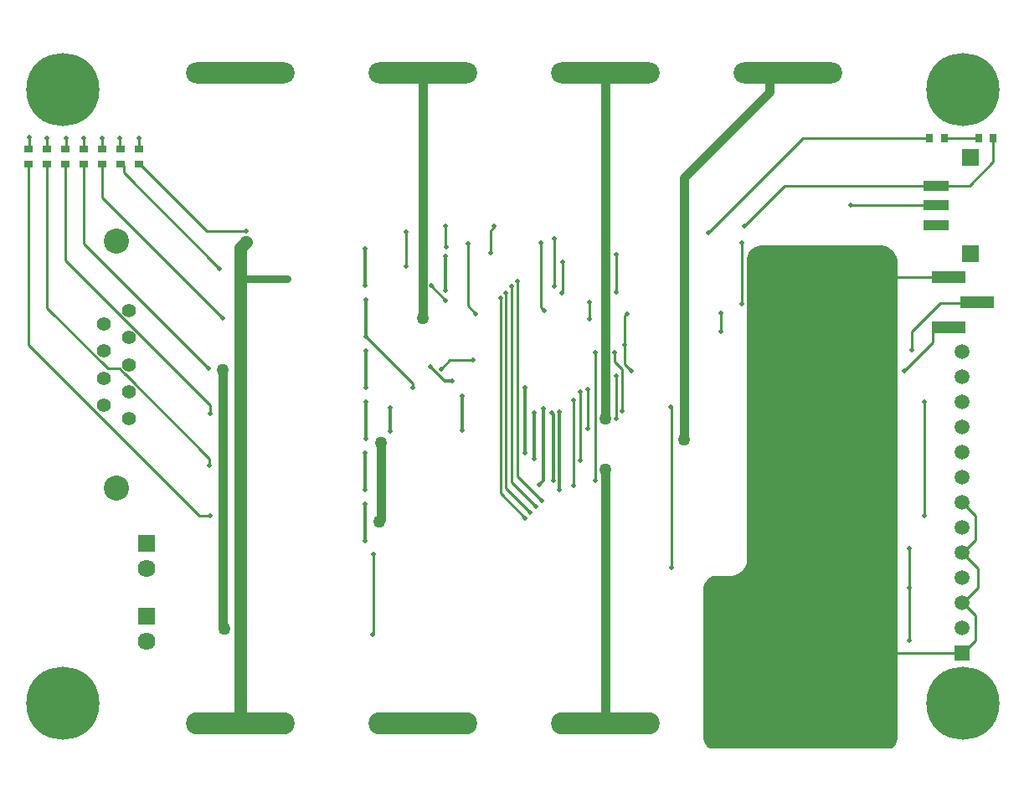
<source format=gbl>
G04*
G04 #@! TF.GenerationSoftware,Altium Limited,Altium Designer,20.0.11 (256)*
G04*
G04 Layer_Physical_Order=2*
G04 Layer_Color=16711680*
%FSLAX25Y25*%
%MOIN*%
G70*
G01*
G75*
%ADD10C,0.01000*%
%ADD19R,0.02756X0.03543*%
%ADD28R,0.03543X0.02756*%
%ADD54C,0.03500*%
%ADD55C,0.01200*%
%ADD57C,0.03000*%
%ADD59C,0.05000*%
%ADD61C,0.29134*%
%ADD62C,0.05906*%
%ADD63R,0.05906X0.05906*%
%ADD64C,0.10000*%
%ADD65C,0.05500*%
%ADD66C,0.07047*%
%ADD67R,0.07047X0.07047*%
%ADD69C,0.01987*%
%ADD70C,0.05000*%
%ADD71R,0.06693X0.06693*%
%ADD72R,0.10039X0.03937*%
%ADD73R,0.13504X0.05000*%
G04:AMPARAMS|DCode=74|XSize=83.66mil|YSize=433.07mil|CornerRadius=41.83mil|HoleSize=0mil|Usage=FLASHONLY|Rotation=90.000|XOffset=0mil|YOffset=0mil|HoleType=Round|Shape=RoundedRectangle|*
%AMROUNDEDRECTD74*
21,1,0.08366,0.34941,0,0,90.0*
21,1,0.00000,0.43307,0,0,90.0*
1,1,0.08366,0.17471,0.00000*
1,1,0.08366,0.17471,0.00000*
1,1,0.08366,-0.17471,0.00000*
1,1,0.08366,-0.17471,0.00000*
%
%ADD74ROUNDEDRECTD74*%
G04:AMPARAMS|DCode=75|XSize=88.58mil|YSize=433.07mil|CornerRadius=44.29mil|HoleSize=0mil|Usage=FLASHONLY|Rotation=270.000|XOffset=0mil|YOffset=0mil|HoleType=Round|Shape=RoundedRectangle|*
%AMROUNDEDRECTD75*
21,1,0.08858,0.34449,0,0,270.0*
21,1,0.00000,0.43307,0,0,270.0*
1,1,0.08858,-0.17224,0.00000*
1,1,0.08858,-0.17224,0.00000*
1,1,0.08858,0.17224,0.00000*
1,1,0.08858,0.17224,0.00000*
%
%ADD75ROUNDEDRECTD75*%
G36*
X278290Y182222D02*
X325402Y182222D01*
X325402Y182222D01*
X325402Y182222D01*
X326066Y182222D01*
X327368Y181963D01*
X328594Y181456D01*
X329697Y180718D01*
X330636Y179780D01*
X331373Y178676D01*
X331881Y177450D01*
X332140Y176148D01*
X332140Y175485D01*
X332140Y-14010D01*
X332140Y-14010D01*
X332140Y-14491D01*
X331952Y-15436D01*
X331584Y-16325D01*
X331049Y-17126D01*
X330368Y-17807D01*
X329951Y-18085D01*
X257429Y-18085D01*
X256844Y-17694D01*
X256093Y-16944D01*
X255503Y-16061D01*
X255097Y-15080D01*
X254890Y-14039D01*
X254890Y-13508D01*
X254890Y45390D01*
X254890Y45390D01*
X254890Y45390D01*
X254890Y45903D01*
X255090Y46909D01*
X255483Y47857D01*
X256053Y48710D01*
X256778Y49436D01*
X257631Y50006D01*
X258579Y50399D01*
X259586Y50599D01*
X260099Y50599D01*
X265067Y50599D01*
X265538Y50599D01*
X265538Y50599D01*
X265538Y50599D01*
X266206Y50632D01*
X267514Y50892D01*
X268747Y51403D01*
X269857Y52144D01*
X270801Y53087D01*
X271542Y54197D01*
X272053Y55430D01*
X272313Y56739D01*
X272346Y57406D01*
X272360Y149722D01*
X272360Y175821D01*
X272360Y176292D01*
X272360Y176292D01*
Y176292D01*
X272360Y176292D01*
X272360Y176876D01*
X272588Y178022D01*
X273035Y179101D01*
X273684Y180073D01*
X274510Y180899D01*
X275481Y181548D01*
X276560Y181995D01*
X277706Y182222D01*
X278290Y182222D01*
D02*
G37*
D10*
X336850Y45929D02*
X336874Y45904D01*
X336850Y45929D02*
Y61628D01*
X242163Y54046D02*
X242361D01*
X242160Y54049D02*
X242163Y54046D01*
X242050Y117879D02*
X242160Y117769D01*
Y54049D02*
Y117769D01*
X222667Y116279D02*
Y116291D01*
X337820Y140660D02*
Y147914D01*
X349282Y159375D01*
X363972D01*
X209461Y152834D02*
Y159581D01*
X209420Y159622D02*
X209461Y159581D01*
X363972Y159375D02*
X364016Y159419D01*
X209460Y152832D02*
X209461Y152834D01*
X150390Y133029D02*
X153940Y136579D01*
X163320D01*
X120486Y145817D02*
X139090Y127212D01*
Y125499D02*
Y127212D01*
X185875Y75874D02*
X186005D01*
X176280Y85469D02*
Y163339D01*
Y85469D02*
X185875Y75874D01*
X174110Y83409D02*
X183825Y73694D01*
X174110Y83409D02*
Y161149D01*
X123370Y27172D02*
X123650Y27452D01*
Y59162D01*
X180990Y90289D02*
X190705Y80574D01*
X178580Y88053D02*
X188382Y78251D01*
X180990Y90289D02*
Y168029D01*
X178580Y88053D02*
Y165793D01*
X198580Y163290D02*
X198769Y163479D01*
Y165381D01*
X198850Y165462D01*
X203361Y86478D02*
Y120321D01*
X203140Y120542D02*
X203361Y120321D01*
X190200Y157722D02*
X191540Y156382D01*
X328090Y169419D02*
X352520D01*
X327980Y169529D02*
X328090Y169419D01*
X270118Y158902D02*
X270220Y159004D01*
Y183359D01*
X136430Y187479D02*
X136510Y187559D01*
X136430Y174019D02*
Y187479D01*
X161102Y158200D02*
Y182992D01*
Y158200D02*
X164240Y155062D01*
X294527Y224856D02*
X344978D01*
X256880Y187209D02*
X294527Y224856D01*
X287274Y205963D02*
X347526D01*
X271180Y189869D02*
X287274Y205963D01*
X313511Y198195D02*
X313814D01*
X313920Y198089D02*
X347526D01*
X313814Y198195D02*
X313920Y198089D01*
X347526Y205963D02*
X360874D01*
X370364Y215453D02*
Y224786D01*
X360874Y205963D02*
X370364Y215453D01*
X336874Y24821D02*
Y45904D01*
X336850Y61628D02*
X336874Y61652D01*
X342780Y74538D02*
Y119749D01*
X348268Y149419D02*
X352520D01*
X346268Y147419D02*
X348268Y149419D01*
X346268Y143707D02*
Y147419D01*
X334854Y132292D02*
X346268Y143707D01*
X358268Y79581D02*
Y79779D01*
Y79581D02*
X363310Y74538D01*
X358268Y59779D02*
X363310Y64821D01*
Y74538D01*
X358268Y59701D02*
Y59779D01*
Y59701D02*
X364360Y53609D01*
X358268Y39779D02*
X364360Y45871D01*
Y53609D01*
X358268Y19779D02*
X363310Y24821D01*
X358268Y39779D02*
X363310Y34737D01*
Y24821D02*
Y34737D01*
X330950Y19779D02*
X358268D01*
X330390Y20339D02*
X330950Y19779D01*
X152360Y181739D02*
X152511Y181588D01*
X152360Y181739D02*
Y189799D01*
X57138Y188052D02*
X72750D01*
X-13636Y142535D02*
X54380Y74519D01*
X58570D01*
X-13636Y142535D02*
Y214716D01*
X24696Y130869D02*
X24798D01*
X58351Y94525D02*
Y97316D01*
X22390Y133175D02*
X24696Y130869D01*
X-6350Y157309D02*
Y214716D01*
Y157309D02*
X17783Y133175D01*
X22390D01*
X24798Y130869D02*
X58351Y97316D01*
X58640Y115209D02*
Y118639D01*
X24957Y152322D02*
X58640Y118639D01*
X936Y176204D02*
Y214716D01*
Y176204D02*
X24818Y152322D01*
X24957D01*
X8222Y182907D02*
X58050Y133079D01*
X8222Y182907D02*
Y214716D01*
X15508Y201395D02*
Y214716D01*
Y201395D02*
X63615Y153288D01*
X22794Y214716D02*
X23188D01*
X24066Y213838D01*
Y211183D02*
Y213838D01*
Y211183D02*
X62260Y172989D01*
X30474Y214716D02*
X57138Y188052D01*
X30080Y214716D02*
X30474D01*
X-13636Y220622D02*
X-13530Y220728D01*
Y225219D01*
X-6350Y220622D02*
Y224799D01*
X936Y220622D02*
X1185Y220871D01*
Y224780D01*
X8222Y220622D02*
Y224799D01*
X15440Y220690D02*
X15508Y220622D01*
X15440Y220690D02*
Y224799D01*
X22700Y220716D02*
X22794Y220622D01*
X22700Y220716D02*
Y224789D01*
X30080Y220622D02*
X30280Y220822D01*
Y225039D01*
X170190Y179342D02*
Y188052D01*
X171670Y189532D01*
Y189799D01*
X190200Y157722D02*
Y183269D01*
X195490Y165942D02*
Y184862D01*
Y165942D02*
X195500Y165932D01*
X143125Y192072D02*
X143375Y191822D01*
X364431Y224759D02*
X364458Y224786D01*
X350981Y224759D02*
X364431D01*
X350884Y224856D02*
X350981Y224759D01*
X70405Y171099D02*
X72611Y168893D01*
X72450Y184022D02*
X72750Y183722D01*
X70405Y167612D02*
X70482Y167535D01*
X211850Y88642D02*
X212050D01*
X220370Y163512D02*
Y178602D01*
X219610Y135912D02*
X222669Y132854D01*
X219610Y135912D02*
Y139592D01*
X220350Y113197D02*
Y130312D01*
X220223Y113069D02*
X220350Y113197D01*
X222669Y116292D02*
Y132854D01*
X222667Y116291D02*
X222669Y116292D01*
X261930Y147832D02*
Y155142D01*
Y147682D02*
Y147832D01*
X215845Y183152D02*
X215895Y183102D01*
X198850Y165462D02*
Y175592D01*
X146530Y166192D02*
X152360Y160362D01*
X223610Y134862D02*
Y142422D01*
Y134862D02*
X226140Y132332D01*
X223610Y154212D02*
X224460Y155062D01*
X223610Y142422D02*
Y154212D01*
X208790Y109162D02*
Y125052D01*
X211850Y88642D02*
Y139522D01*
X205880Y96462D02*
Y123742D01*
X205860Y96442D02*
X205880Y96462D01*
D19*
X350884Y224856D02*
D03*
X344978D02*
D03*
X370364Y224786D02*
D03*
X364458D02*
D03*
D28*
X-13636Y214716D02*
D03*
Y220622D02*
D03*
X-6350Y214716D02*
D03*
Y220622D02*
D03*
X936Y214716D02*
D03*
Y220622D02*
D03*
X8222Y214716D02*
D03*
Y220622D02*
D03*
X15508Y214716D02*
D03*
Y220622D02*
D03*
X30080Y214716D02*
D03*
Y220622D02*
D03*
X22794Y214716D02*
D03*
Y220622D02*
D03*
D54*
X215750Y113172D02*
Y113792D01*
X126440Y72792D02*
Y103442D01*
X126020Y72372D02*
X126440Y72792D01*
X126020Y72129D02*
Y72372D01*
X63615Y132592D02*
X63621Y132599D01*
X247135Y104952D02*
Y209349D01*
X283431Y250779D02*
X288565D01*
X247135Y209349D02*
X281183Y243396D01*
Y248531D02*
X283431Y250779D01*
X281183Y243396D02*
Y248531D01*
X63615Y29897D02*
Y132592D01*
Y29897D02*
X64100Y29412D01*
X215845Y-8221D02*
Y92877D01*
Y183152D02*
Y250779D01*
Y113888D02*
Y183152D01*
X143125Y192072D02*
Y250779D01*
Y153288D02*
Y192072D01*
X215750Y113792D02*
X215845Y113888D01*
D55*
X183825Y99599D02*
X183830Y99594D01*
X183825Y99599D02*
Y125499D01*
X187418Y97070D02*
Y115560D01*
X197460Y84886D02*
Y115872D01*
X189710Y87059D02*
X191056Y88405D01*
Y117068D01*
X191070Y117082D01*
X195260Y88642D02*
Y115022D01*
X120284Y64649D02*
Y79337D01*
X120286Y84886D02*
Y99637D01*
X194634Y115648D02*
X195260Y115022D01*
X146180Y133932D02*
X152020Y128092D01*
X120300Y166202D02*
Y180832D01*
X158810Y122272D02*
X158940Y122143D01*
Y108529D02*
Y122143D01*
X130104Y108348D02*
Y117468D01*
X152020Y128092D02*
X154950D01*
X152129Y164172D02*
X152169Y164132D01*
X152129Y164172D02*
Y178062D01*
X120416Y105148D02*
Y119916D01*
X120594Y125467D02*
Y140236D01*
X120486Y145817D02*
Y160536D01*
D57*
X72611Y168893D02*
X89211D01*
D59*
X70405Y171099D02*
Y181378D01*
Y167612D02*
Y171099D01*
Y181378D02*
X72750Y183722D01*
X70405Y167612D02*
X70405Y-8221D01*
D61*
X358268Y244094D02*
D03*
Y0D02*
D03*
X0D02*
D03*
Y244094D02*
D03*
D62*
X357768Y69779D02*
D03*
Y79779D02*
D03*
Y89779D02*
D03*
Y59779D02*
D03*
Y49779D02*
D03*
Y39779D02*
D03*
Y29779D02*
D03*
Y119779D02*
D03*
Y129779D02*
D03*
Y139779D02*
D03*
Y109779D02*
D03*
Y99779D02*
D03*
D63*
Y19779D02*
D03*
D64*
X21260Y183919D02*
D03*
Y85519D02*
D03*
D65*
X26291Y156294D02*
D03*
X16291Y150900D02*
D03*
X26291Y145506D02*
D03*
X16291Y140113D02*
D03*
X26291Y134719D02*
D03*
X16291Y129325D02*
D03*
X26291Y123932D02*
D03*
X16291Y118538D02*
D03*
X26291Y113144D02*
D03*
D66*
X33330Y53679D02*
D03*
Y24649D02*
D03*
D67*
Y63679D02*
D03*
Y34649D02*
D03*
D69*
X328827Y145359D02*
D03*
X326268Y48115D02*
D03*
X328827Y42997D02*
D03*
X326268Y37879D02*
D03*
X328827Y32761D02*
D03*
X326268Y27643D02*
D03*
X328827Y22524D02*
D03*
X326268Y17406D02*
D03*
X328827Y12288D02*
D03*
X326268Y7170D02*
D03*
X328827Y2052D02*
D03*
X326268Y-3066D02*
D03*
X328827Y-8184D02*
D03*
X326268Y-13302D02*
D03*
X323709Y145359D02*
D03*
X321150Y48115D02*
D03*
X323709Y42997D02*
D03*
X321150Y37879D02*
D03*
X323709Y32761D02*
D03*
Y22524D02*
D03*
X321150Y17406D02*
D03*
X323709Y12288D02*
D03*
X321150Y7170D02*
D03*
X323709Y2052D02*
D03*
X321150Y-3066D02*
D03*
X323709Y-8184D02*
D03*
X321150Y-13302D02*
D03*
X318591Y145359D02*
D03*
X316032Y48115D02*
D03*
X318591Y42997D02*
D03*
X316032Y37879D02*
D03*
X318591Y32761D02*
D03*
X316032Y27643D02*
D03*
X318591Y22524D02*
D03*
X316032Y17406D02*
D03*
X318591Y12288D02*
D03*
X316032Y7170D02*
D03*
X318591Y2052D02*
D03*
X316032Y-3066D02*
D03*
X318591Y-8184D02*
D03*
X316032Y-13302D02*
D03*
X310914Y170950D02*
D03*
Y160713D02*
D03*
Y150477D02*
D03*
X313473Y145359D02*
D03*
X310914Y48115D02*
D03*
X313473Y42997D02*
D03*
X310914Y37879D02*
D03*
X313473Y32761D02*
D03*
X310914Y27643D02*
D03*
X313473Y22524D02*
D03*
Y12288D02*
D03*
Y2052D02*
D03*
Y-8184D02*
D03*
X308355Y176068D02*
D03*
X305796Y170950D02*
D03*
X308355Y165832D02*
D03*
X305796Y160713D02*
D03*
X308355Y155595D02*
D03*
X305796Y150477D02*
D03*
X308355Y145359D02*
D03*
X305796Y48115D02*
D03*
X308355Y42997D02*
D03*
X305796Y37879D02*
D03*
X308355Y32761D02*
D03*
X303237Y176068D02*
D03*
X300677Y170950D02*
D03*
X303237Y165832D02*
D03*
X300677Y160713D02*
D03*
X303237Y155595D02*
D03*
X300677Y150477D02*
D03*
X303237Y145359D02*
D03*
X300677Y48115D02*
D03*
X303237Y42997D02*
D03*
X300677Y37879D02*
D03*
X298118Y176068D02*
D03*
X295559Y170950D02*
D03*
X298118Y165832D02*
D03*
X295559Y160713D02*
D03*
X298118Y155595D02*
D03*
X295559Y150477D02*
D03*
X298118Y145359D02*
D03*
X295559Y48115D02*
D03*
X298118Y42997D02*
D03*
X295559Y37879D02*
D03*
X293000Y176068D02*
D03*
Y155595D02*
D03*
X290441Y150477D02*
D03*
X293000Y145359D02*
D03*
X290441Y48115D02*
D03*
X293000Y42997D02*
D03*
X290441Y37879D02*
D03*
X293000Y32761D02*
D03*
X290441Y27643D02*
D03*
X287882Y176068D02*
D03*
Y155595D02*
D03*
X285323Y150477D02*
D03*
X287882Y145359D02*
D03*
X285323Y48115D02*
D03*
X287882Y42997D02*
D03*
X285323Y37879D02*
D03*
X287882Y32761D02*
D03*
X285323Y27643D02*
D03*
X282764Y176068D02*
D03*
X280205Y170950D02*
D03*
Y160713D02*
D03*
X282764Y155595D02*
D03*
X280205Y150477D02*
D03*
X282764Y145359D02*
D03*
X280205Y48115D02*
D03*
X282764Y42997D02*
D03*
X280205Y37879D02*
D03*
X282764Y32761D02*
D03*
X280205Y27643D02*
D03*
X277646Y176068D02*
D03*
X275087Y170950D02*
D03*
X277646Y165832D02*
D03*
X275087Y160713D02*
D03*
X277646Y155595D02*
D03*
X275087Y150477D02*
D03*
X277646Y145359D02*
D03*
X275087Y48115D02*
D03*
X277646Y42997D02*
D03*
X275087Y37879D02*
D03*
X277646Y32761D02*
D03*
X275087Y27643D02*
D03*
X269969Y48115D02*
D03*
X272528Y42997D02*
D03*
X269969Y37879D02*
D03*
X272528Y32761D02*
D03*
X269969Y27643D02*
D03*
X264851Y48115D02*
D03*
X267410Y42997D02*
D03*
X264851Y37879D02*
D03*
Y27643D02*
D03*
X267410Y22524D02*
D03*
X264851Y17406D02*
D03*
Y7170D02*
D03*
Y-3066D02*
D03*
Y-13302D02*
D03*
X259733Y48115D02*
D03*
X262292Y42997D02*
D03*
X259733Y37879D02*
D03*
X262292Y32761D02*
D03*
X259733Y27643D02*
D03*
X262292Y22524D02*
D03*
X259733Y17406D02*
D03*
X262292Y12288D02*
D03*
X259733Y7170D02*
D03*
X262292Y2052D02*
D03*
X259733Y-3066D02*
D03*
X262292Y-8184D02*
D03*
X259733Y-13302D02*
D03*
X336850Y45929D02*
D03*
X286090Y56140D02*
D03*
X242361Y54046D02*
D03*
X242050Y117879D02*
D03*
X222667Y116279D02*
D03*
X337820Y140660D02*
D03*
X183825Y125499D02*
D03*
X183830Y99594D02*
D03*
X187418Y115560D02*
D03*
X163320Y136579D02*
D03*
X150390Y133029D02*
D03*
X139090Y125499D02*
D03*
X123650Y59162D02*
D03*
X197460Y84886D02*
D03*
X190705Y80574D02*
D03*
X188382Y78251D02*
D03*
X183825Y73694D02*
D03*
X186005Y75874D02*
D03*
X178580Y165793D02*
D03*
X180990Y168029D02*
D03*
X176280Y163339D02*
D03*
X174110Y161149D02*
D03*
X187418Y97070D02*
D03*
X198580Y163290D02*
D03*
X203361Y86478D02*
D03*
X197460Y115872D02*
D03*
X195260Y88642D02*
D03*
X120284Y79337D02*
D03*
X120286Y84886D02*
D03*
X189710Y87059D02*
D03*
X191540Y156382D02*
D03*
X270220Y183359D02*
D03*
X270118Y158902D02*
D03*
X136430Y174019D02*
D03*
X136510Y187559D02*
D03*
X161102Y182992D02*
D03*
X256880Y187209D02*
D03*
X271180Y189869D02*
D03*
X313511Y198195D02*
D03*
X336874Y24821D02*
D03*
Y61652D02*
D03*
X342780Y74538D02*
D03*
Y119749D02*
D03*
X152360Y189799D02*
D03*
X152511Y181588D02*
D03*
X72750Y188052D02*
D03*
X58570Y74519D02*
D03*
X58351Y94525D02*
D03*
X58640Y115209D02*
D03*
X58050Y133079D02*
D03*
X63615Y153288D02*
D03*
X62260Y172989D02*
D03*
X-13530Y225219D02*
D03*
X-6350Y224799D02*
D03*
X1185Y224780D02*
D03*
X8222Y224799D02*
D03*
X15440D02*
D03*
X22700Y224789D02*
D03*
X30280Y225039D02*
D03*
X171670Y189799D02*
D03*
X190200Y183269D02*
D03*
X334854Y132292D02*
D03*
X267311Y32864D02*
D03*
X89211Y168893D02*
D03*
X120284Y64649D02*
D03*
X274235Y166492D02*
D03*
X320390Y26702D02*
D03*
X123370Y27172D02*
D03*
X212050Y88642D02*
D03*
X220370Y178602D02*
D03*
Y163512D02*
D03*
X219610Y139592D02*
D03*
X220350Y130312D02*
D03*
X261930Y147832D02*
D03*
Y155142D02*
D03*
X146180Y133932D02*
D03*
X198850Y175592D02*
D03*
X195500Y165932D02*
D03*
X195490Y184862D02*
D03*
X152360Y160362D02*
D03*
X146530Y166192D02*
D03*
X120300Y180832D02*
D03*
X170190Y179342D02*
D03*
X158940Y108529D02*
D03*
X130104Y108348D02*
D03*
X209420Y159622D02*
D03*
X209460Y152832D02*
D03*
X226140Y132332D02*
D03*
X224460Y155062D02*
D03*
X223610Y142422D02*
D03*
X220223Y113069D02*
D03*
X208790Y109162D02*
D03*
Y125052D02*
D03*
X211850Y139522D02*
D03*
X194634Y115648D02*
D03*
X191070Y117082D02*
D03*
X205880Y123742D02*
D03*
X205860Y96442D02*
D03*
X203140Y120542D02*
D03*
X158810Y122272D02*
D03*
X152169Y164132D02*
D03*
X152129Y178062D02*
D03*
X164240Y155062D02*
D03*
X130104Y117468D02*
D03*
X154950Y128092D02*
D03*
X120286Y99637D02*
D03*
X120416Y119916D02*
D03*
X120594Y125467D02*
D03*
X120416Y105148D02*
D03*
X120594Y140236D02*
D03*
X120486Y145817D02*
D03*
Y160536D02*
D03*
X120300Y166202D02*
D03*
D70*
X215750Y113172D02*
D03*
X126020Y72129D02*
D03*
X63621Y132599D02*
D03*
X72750Y183722D02*
D03*
X215845Y92877D02*
D03*
X126440Y103442D02*
D03*
X247135Y104952D02*
D03*
X143125Y153288D02*
D03*
X64100Y29412D02*
D03*
D71*
X361207Y178798D02*
D03*
Y217380D02*
D03*
D72*
X347526Y190215D02*
D03*
Y198089D02*
D03*
Y205963D02*
D03*
D73*
X352520Y149419D02*
D03*
X364016Y159419D02*
D03*
X352520Y169419D02*
D03*
D74*
X288565Y250779D02*
D03*
X215845D02*
D03*
X143125D02*
D03*
X70405D02*
D03*
D75*
X288565Y-8221D02*
D03*
X215845D02*
D03*
X143125D02*
D03*
X70405D02*
D03*
M02*

</source>
